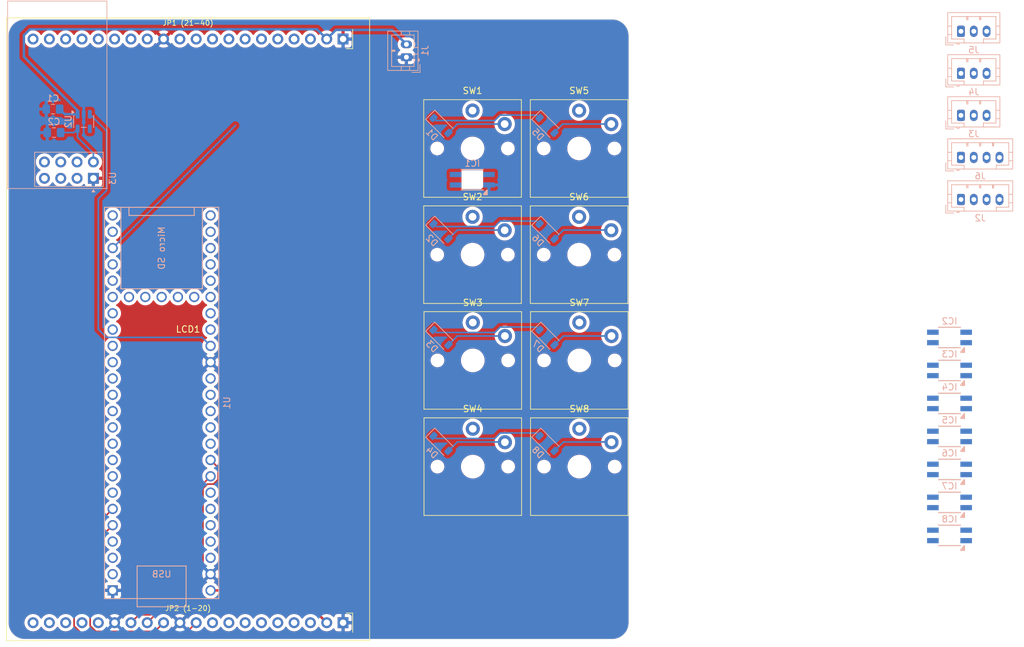
<source format=kicad_pcb>
(kicad_pcb (version 20241229) (generator "pcbnew") (generator_version "9.0")
  (layers (0 "F.Cu" signal) (2 "B.Cu" signal) (13 "F.Paste" user) (15 "B.Paste" user) (5 "F.SilkS" user "F.Silkscreen") (7 "B.SilkS" user "B.Silkscreen") (1 "F.Mask" user) (3 "B.Mask" user) (25 "Edge.Cuts" user))
  (net 0 "")
  (net 1 "+BATT")
  (net 2 "GND")
  (net 3 "Net-(U2-OUT)")
  (net 4 "Net-(D1-A)")
  (net 5 "/ROW_1")
  (net 6 "Net-(D2-A)")
  (net 7 "/ROW_2")
  (net 8 "Net-(D3-A)")
  (net 9 "/ROW_3")
  (net 10 "Net-(D4-A)")
  (net 11 "/ROW_4")
  (net 12 "Net-(D5-A)")
  (net 13 "Net-(D6-A)")
  (net 14 "Net-(D7-A)")
  (net 15 "Net-(D8-A)")
  (net 16 "+3.3V")
  (net 17 "/NEOPIXEL")
  (net 18 "Net-(IC1-DOUT)")
  (net 19 "Net-(IC2-DOUT)")
  (net 20 "Net-(IC3-DOUT)")
  (net 21 "Net-(IC4-DOUT)")
  (net 22 "Net-(IC5-DOUT)")
  (net 23 "/2x8 Button Matrix/NEO_OUT")
  (net 24 "Net-(IC6-DOUT)")
  (net 25 "Net-(IC7-DOUT)")
  (net 26 "SDA1")
  (net 27 "SCL1")
  (net 28 "/VR1")
  (net 29 "/VR2")
  (net 30 "/VR3")
  (net 31 "/JOY_X")
  (net 32 "/JOY_Y")
  (net 42 "SCL")
  (net 43 "/TFT_IRQ")
  (net 49 "/TFT_D{slash}C")
  (net 50 "SDA")
  (net 53 "SCK1")
  (net 54 "/BACKLIGHT")
  (net 55 "/TFT_CS")
  (net 58 "MISO1")
  (net 62 "MOSI1")
  (net 66 "/COL_A")
  (net 67 "/COL_B")
  (net 68 "/RF_CS")
  (net 70 "MISO")
  (net 72 "/RF_EN")
  (net 81 "MOSI")
  (net 83 "SCK")
  (net 92 "/RF_CE")
  (footprint "PCM_Switch_Keyboard_Kailh:SW_Kailh_Choc_V1" (layer "F.Cu") (at 112.868 92.524)
    (property "Reference" "SW2" (at 0 -9 0) (layer "F.SilkS"))
    (property "Value" "SW_Push")
    (pad "" np_thru_hole circle (at -5.5 0) (size 1.9 1.9) (drill 1.9) (layers "*.Cu" "*.Mask"))
    (pad "" np_thru_hole circle (at 0 0) (size 3.45 3.45) (drill 3.45) (layers "*.Cu" "*.Mask"))
    (pad "" np_thru_hole circle (at 5.5 0) (size 1.9 1.9) (drill 1.9) (layers "*.Cu" "*.Mask"))
    (pad "1" thru_hole circle (at 0 -5.9) (size 2.2 2.2) (drill 1.2) (layers "*.Cu" "*.Mask") (net 66 "/COL_A"))
    (pad "2" thru_hole circle (at 5 -3.8) (size 2.2 2.2) (drill 1.2) (layers "*.Cu" "*.Mask") (net 6 "Net-(D2-A)"))
  )
  (footprint "Transmitter Library:4960_ADA" (layer "F.Cu") (at 187.1218 105.4194)
    (property "Reference" "IC2" (at 0 -2.54 0) (layer "B.SilkS") (effects (justify mirror)))
    (property "Value" "4960")
    (fp_line (start -1.6764 -1.4732) (end -1.6764 1.4732) (stroke (width 0.0254)) (layer "Edge.Cuts"))
    (fp_line (start -1.6764 -1.4732) (end 1.6764 -1.4732) (stroke (width 0.0254)) (layer "Edge.Cuts"))
    (fp_line (start -1.6764 1.4732) (end 1.1684 1.4732) (stroke (width 0.0254)) (layer "Edge.Cuts"))
    (fp_line (start 1.6764 0.9652) (end 1.6764 -1.4732) (stroke (width 0.0254)) (layer "Edge.Cuts"))
    (fp_arc (start 1.6764 0.9652) (mid 1.52761 1.32441) (end 1.1684 1.4732) (stroke (width 0.0254)) (layer "Edge.Cuts"))
    (pad "1" smd rect (at -2.5908 -0.8128) (size 1.8034 0.8128) (layers "B.Cu" "B.Mask" "B.Paste") (net 16 "+3.3V"))
    (pad "2" smd rect (at -2.5908 0.8128) (size 1.8034 0.8128) (layers "B.Cu" "B.Mask" "B.Paste") (net 19 "Net-(IC2-DOUT)"))
    (pad "3" smd rect (at 2.5908 0.8128) (size 1.8034 0.8128) (layers "B.Cu" "B.Mask" "B.Paste") (net 2 "GND"))
    (pad "4" smd rect (at 2.5908 -0.8128) (size 1.8034 0.8128) (layers "B.Cu" "B.Mask" "B.Paste") (net 18 "Net-(IC1-DOUT)"))
  )
  (footprint "PCM_Switch_Keyboard_Kailh:SW_Kailh_Choc_V1" (layer "F.Cu") (at 112.908 108.994)
    (property "Reference" "SW3" (at 0 -9 0) (layer "F.SilkS"))
    (property "Value" "SW_Push")
    (pad "" np_thru_hole circle (at -5.5 0) (size 1.9 1.9) (drill 1.9) (layers "*.Cu" "*.Mask"))
    (pad "" np_thru_hole circle (at 0 0) (size 3.45 3.45) (drill 3.45) (layers "*.Cu" "*.Mask"))
    (pad "" np_thru_hole circle (at 5.5 0) (size 1.9 1.9) (drill 1.9) (layers "*.Cu" "*.Mask"))
    (pad "1" thru_hole circle (at 0 -5.9) (size 2.2 2.2) (drill 1.2) (layers "*.Cu" "*.Mask") (net 66 "/COL_A"))
    (pad "2" thru_hole circle (at 5 -3.8) (size 2.2 2.2) (drill 1.2) (layers "*.Cu" "*.Mask") (net 8 "Net-(D3-A)"))
  )
  (footprint "PCM_Switch_Keyboard_Kailh:SW_Kailh_Choc_V1" (layer "F.Cu") (at 129.458 75.974)
    (property "Reference" "SW5" (at 0 -9 0) (layer "F.SilkS"))
    (property "Value" "SW_Push")
    (pad "" np_thru_hole circle (at -5.5 0) (size 1.9 1.9) (drill 1.9) (layers "*.Cu" "*.Mask"))
    (pad "" np_thru_hole circle (at 0 0) (size 3.45 3.45) (drill 3.45) (layers "*.Cu" "*.Mask"))
    (pad "" np_thru_hole circle (at 5.5 0) (size 1.9 1.9) (drill 1.9) (layers "*.Cu" "*.Mask"))
    (pad "1" thru_hole circle (at 0 -5.9) (size 2.2 2.2) (drill 1.2) (layers "*.Cu" "*.Mask") (net 67 "/COL_B"))
    (pad "2" thru_hole circle (at 5 -3.8) (size 2.2 2.2) (drill 1.2) (layers "*.Cu" "*.Mask") (net 12 "Net-(D5-A)"))
  )
  (footprint "Transmitter Library:4960_ADA" (layer "F.Cu") (at 187.1218 131.1204)
    (property "Reference" "IC7" (at 0 -2.54 0) (layer "B.SilkS") (effects (justify mirror)))
    (property "Value" "4960")
    (fp_line (start -1.6764 -1.4732) (end -1.6764 1.4732) (stroke (width 0.0254)) (layer "Edge.Cuts"))
    (fp_line (start -1.6764 -1.4732) (end 1.6764 -1.4732) (stroke (width 0.0254)) (layer "Edge.Cuts"))
    (fp_line (start -1.6764 1.4732) (end 1.1684 1.4732) (stroke (width 0.0254)) (layer "Edge.Cuts"))
    (fp_line (start 1.6764 0.9652) (end 1.6764 -1.4732) (stroke (width 0.0254)) (layer "Edge.Cuts"))
    (fp_arc (start 1.6764 0.9652) (mid 1.52761 1.32441) (end 1.1684 1.4732) (stroke (width 0.0254)) (layer "Edge.Cuts"))
    (pad "1" smd rect (at -2.5908 -0.8128) (size 1.8034 0.8128) (layers "B.Cu" "B.Mask" "B.Paste") (net 16 "+3.3V"))
    (pad "2" smd rect (at -2.5908 0.8128) (size 1.8034 0.8128) (layers "B.Cu" "B.Mask" "B.Paste") (net 25 "Net-(IC7-DOUT)"))
    (pad "3" smd rect (at 2.5908 0.8128) (size 1.8034 0.8128) (layers "B.Cu" "B.Mask" "B.Paste") (net 2 "GND"))
    (pad "4" smd rect (at 2.5908 -0.8128) (size 1.8034 0.8128) (layers "B.Cu" "B.Mask" "B.Paste") (net 24 "Net-(IC6-DOUT)"))
  )
  (footprint "Transmitter Library:Adafruit_3.5in_480x320_TFT_CapTouch" (layer "F.Cu") (at 68.58 104.14)
    (property "Reference" "LCD1" (at 0 0 0) (layer "F.SilkS"))
    (property "Value" "3.5\" TFT Cap Touch")
    (fp_text user "JP2 (1-20)" (at 0 43.47 0) (layer "F.SilkS") (effects (font (size 0.8 0.8) (thickness 0.12))))
    (fp_text user "JP1 (21-40)" (at 0 -47.712 0) (layer "F.SilkS") (effects (font (size 0.8 0.8) (thickness 0.12))))
    (pad "1" thru_hole rect (at 24.13 45.72) (size 1.7 1.7) (drill 1) (layers "*.Cu" "*.Mask") (net 2 "GND"))
    (pad "2" thru_hole circle (at 21.59 45.72) (size 1.7 1.7) (drill 1) (layers "*.Cu" "*.Mask") (net 1 "+BATT"))
    (pad "3" thru_hole circle (at 19.05 45.72) (size 1.7 1.7) (drill 1) (layers "*.Cu" "*.Mask"))
    (pad "4" thru_hole circle (at 16.51 45.72) (size 1.7 1.7) (drill 1) (layers "*.Cu" "*.Mask") (net 53 "SCK1"))
    (pad "5" thru_hole circle (at 13.97 45.72) (size 1.7 1.7) (drill 1) (layers "*.Cu" "*.Mask") (net 58 "MISO1"))
    (pad "6" thru_hole circle (at 11.43 45.72) (size 1.7 1.7) (drill 1) (layers "*.Cu" "*.Mask") (net 62 "MOSI1"))
    (pad "7" thru_hole circle (at 8.89 45.72) (size 1.7 1.7) (drill 1) (layers "*.Cu" "*.Mask") (net 55 "/TFT_CS"))
    (pad "8" thru_hole circle (at 6.35 45.72) (size 1.7 1.7) (drill 1) (layers "*.Cu" "*.Mask") (net 49 "/TFT_D{slash}C"))
    (pad "9" thru_hole circle (at 3.81 45.72) (size 1.7 1.7) (drill 1) (layers "*.Cu" "*.Mask"))
    (pad "10" thru_hole circle (at 1.27 45.72) (size 1.7 1.7) (drill 1) (layers "*.Cu" "*.Mask") (net 54 "/BACKLIGHT"))
    (pad "11" thru_hole circle (at -1.27 45.72) (size 1.7 1.7) (drill 1) (layers "*.Cu" "*.Mask") (net 2 "GND"))
    (pad "12" thru_hole circle (at -3.81 45.72) (size 1.7 1.7) (drill 1) (layers "*.Cu" "*.Mask") (net 43 "/TFT_IRQ"))
    (pad "13" thru_hole circle (at -6.35 45.72) (size 1.7 1.7) (drill 1) (layers "*.Cu" "*.Mask") (net 50 "SDA"))
    (pad "14" thru_hole circle (at -8.89 45.72) (size 1.7 1.7) (drill 1) (layers "*.Cu" "*.Mask") (net 42 "SCL"))
    (pad "15" thru_hole circle (at -11.43 45.72) (size 1.7 1.7) (drill 1) (layers "*.Cu" "*.Mask") (net 2 "GND"))
    (pad "16" thru_hole circle (at -13.97 45.72) (size 1.7 1.7) (drill 1) (layers "*.Cu" "*.Mask"))
    (pad "17" thru_hole circle (at -16.51 45.72) (size 1.7 1.7) (drill 1) (layers "*.Cu" "*.Mask"))
    (pad "18" thru_hole circle (at -19.05 45.72) (size 1.7 1.7) (drill 1) (layers "*.Cu" "*.Mask"))
    (pad "19" thru_hole circle (at -21.59 45.72) (size 1.7 1.7) (drill 1) (layers "*.Cu" "*.Mask"))
    (pad "20" thru_hole circle (at -24.13 45.72) (size 1.7 1.7) (drill 1) (layers "*.Cu" "*.Mask"))
    (pad "21" thru_hole rect (at 24.13 -45.212) (size 1.7 1.7) (drill 1) (layers "*.Cu" "*.Mask") (net 2 "GND"))
    (pad "22" thru_hole circle (at 21.59 -45.212) (size 1.7 1.7) (drill 1) (layers "*.Cu" "*.Mask") (net 1 "+BATT"))
    (pad "23" thru_hole circle (at 19.05 -45.212) (size 1.7 1.7) (drill 1) (layers "*.Cu" "*.Mask"))
    (pad "24" thru_hole circle (at 16.51 -45.212) (size 1.7 1.7) (drill 1) (layers "*.Cu" "*.Mask"))
    (pad "25" thru_hole circle (at 13.97 -45.212) (size 1.7 1.7) (drill 1) (layers "*.Cu" "*.Mask"))
    (pad "26" thru_hole circle (at 11.43 -45.212) (size 1.7 1.7) (drill 1) (layers "*.Cu" "*.Mask"))
    (pad "27" thru_hole circle (at 8.89 -45.212) (size 1.7 1.7) (drill 1) (layers "*.Cu" "*.Mask"))
    (pad "28" thru_hole circle (at 6.35 -45.212) (size 1.7 1.7) (drill 1) (layers "*.Cu" "*.Mask"))
    (pad "29" thru_hole circle (at 3.81 -45.212) (size 1.7 1.7) (drill 1) (layers "*.Cu" "*.Mask"))
    (pad "30" thru_hole circle (at 1.27 -45.212) (size 1.7 1.7) (drill 1) (layers "*.Cu" "*.Mask"))
    (pad "31" thru_hole circle (at -1.27 -45.212) (size 1.7 1.7) (drill 1) (layers "*.Cu" "*.Mask"))
    (pad "32" thru_hole circle (at -3.81 -45.212) (size 1.7 1.7) (drill 1) (layers "*.Cu" "*.Mask") (net 2 "GND"))
    (pad "33" thru_hole circle (at -6.35 -45.212) (size 1.7 1.7) (drill 1) (layers "*.Cu" "*.Mask"))
    (pad "34" thru_hole circle (at -8.89 -45.212) (size 1.7 1.7) (drill 1) (layers "*.Cu" "*.Mask"))
    (pad "35" thru_hole circle (at -11.43 -45.212) (size 1.7 1.7) (drill 1) (layers "*.Cu" "*.Mask"))
    (pad "36" thru_hole circle (at -13.97 -45.212) (size 1.7 1.7) (drill 1) (layers "*.Cu" "*.Mask"))
    (pad "37" thru_hole circle (at -16.51 -45.212) (size 1.7 1.7) (drill 1) (layers "*.Cu" "*.Mask"))
    (pad "38" thru_hole circle (at -19.05 -45.212) (size 1.7 1.7) (drill 1) (layers "*.Cu" "*.Mask"))
    (pad "39" thru_hole circle (at -21.59 -45.212) (size 1.7 1.7) (drill 1) (layers "*.Cu" "*.Mask"))
    (pad "40" thru_hole circle (at -24.13 -45.212) (size 1.7 1.7) (drill 1) (layers "*.Cu" "*.Mask"))
  )
  (footprint "PCM_Switch_Keyboard_Kailh:SW_Kailh_Choc_V1" (layer "F.Cu") (at 129.498 125.544)
    (property "Reference" "SW8" (at 0 -9 0) (layer "F.SilkS"))
    (property "Value" "SW_Push")
    (pad "" np_thru_hole circle (at -5.5 0) (size 1.9 1.9) (drill 1.9) (layers "*.Cu" "*.Mask"))
    (pad "" np_thru_hole circle (at 0 0) (size 3.45 3.45) (drill 3.45) (layers "*.Cu" "*.Mask"))
    (pad "" np_thru_hole circle (at 5.5 0) (size 1.9 1.9) (drill 1.9) (layers "*.Cu" "*.Mask"))
    (pad "1" thru_hole circle (at 0 -5.9) (size 2.2 2.2) (drill 1.2) (layers "*.Cu" "*.Mask") (net 67 "/COL_B"))
    (pad "2" thru_hole circle (at 5 -3.8) (size 2.2 2.2) (drill 1.2) (layers "*.Cu" "*.Mask") (net 15 "Net-(D8-A)"))
  )
  (footprint "Transmitter Library:4960_ADA" (layer "F.Cu") (at 187.1218 110.5596)
    (property "Reference" "IC3" (at 0 -2.54 0) (layer "B.SilkS") (effects (justify mirror)))
    (property "Value" "4960")
    (fp_line (start -1.6764 -1.4732) (end -1.6764 1.4732) (stroke (width 0.0254)) (layer "Edge.Cuts"))
    (fp_line (start -1.6764 -1.4732) (end 1.6764 -1.4732) (stroke (width 0.0254)) (layer "Edge.Cuts"))
    (fp_line (start -1.6764 1.4732) (end 1.1684 1.4732) (stroke (width 0.0254)) (layer "Edge.Cuts"))
    (fp_line (start 1.6764 0.9652) (end 1.6764 -1.4732) (stroke (width 0.0254)) (layer "Edge.Cuts"))
    (fp_arc (start 1.6764 0.9652) (mid 1.52761 1.32441) (end 1.1684 1.4732) (stroke (width 0.0254)) (layer "Edge.Cuts"))
    (pad "1" smd rect (at -2.5908 -0.8128) (size 1.8034 0.8128) (layers "B.Cu" "B.Mask" "B.Paste") (net 16 "+3.3V"))
    (pad "2" smd rect (at -2.5908 0.8128) (size 1.8034 0.8128) (layers "B.Cu" "B.Mask" "B.Paste") (net 20 "Net-(IC3-DOUT)"))
    (pad "3" smd rect (at 2.5908 0.8128) (size 1.8034 0.8128) (layers "B.Cu" "B.Mask" "B.Paste") (net 2 "GND"))
    (pad "4" smd rect (at 2.5908 -0.8128) (size 1.8034 0.8128) (layers "B.Cu" "B.Mask" "B.Paste") (net 19 "Net-(IC2-DOUT)"))
  )
  (footprint "PCM_Switch_Keyboard_Kailh:SW_Kailh_Choc_V1" (layer "F.Cu") (at 112.868 75.974)
    (property "Reference" "SW1" (at 0 -9 0) (layer "F.SilkS"))
    (property "Value" "SW_Push")
    (pad "" np_thru_hole circle (at -5.5 0) (size 1.9 1.9) (drill 1.9) (layers "*.Cu" "*.Mask"))
    (pad "" np_thru_hole circle (at 0 0) (size 3.45 3.45) (drill 3.45) (layers "*.Cu" "*.Mask"))
    (pad "" np_thru_hole circle (at 5.5 0) (size 1.9 1.9) (drill 1.9) (layers "*.Cu" "*.Mask"))
    (pad "1" thru_hole circle (at 0 -5.9) (size 2.2 2.2) (drill 1.2) (layers "*.Cu" "*.Mask") (net 66 "/COL_A"))
    (pad "2" thru_hole circle (at 5 -3.8) (size 2.2 2.2) (drill 1.2) (layers "*.Cu" "*.Mask") (net 4 "Net-(D1-A)"))
  )
  (footprint "PCM_Switch_Keyboard_Kailh:SW_Kailh_Choc_V1" (layer "F.Cu") (at 129.498 108.994)
    (property "Reference" "SW7" (at 0 -9 0) (layer "F.SilkS"))
    (property "Value" "SW_Push")
    (pad "" np_thru_hole circle (at -5.5 0) (size 1.9 1.9) (drill 1.9) (layers "*.Cu" "*.Mask"))
    (pad "" np_thru_hole circle (at 0 0) (size 3.45 3.45) (drill 3.45) (layers "*.Cu" "*.Mask"))
    (pad "" np_thru_hole circle (at 5.5 0) (size 1.9 1.9) (drill 1.9) (layers "*.Cu" "*.Mask"))
    (pad "1" thru_hole circle (at 0 -5.9) (size 2.2 2.2) (drill 1.2) (layers "*.Cu" "*.Mask") (net 67 "/COL_B"))
    (pad "2" thru_hole circle (at 5 -3.8) (size 2.2 2.2) (drill 1.2) (layers "*.Cu" "*.Mask") (net 14 "Net-(D7-A)"))
  )
  (footprint "Transmitter Library:4960_ADA" (layer "F.Cu") (at 187.1218 115.6998)
    (property "Reference" "IC4" (at 0 -2.54 0) (layer "B.SilkS") (effects (justify mirror)))
    (property "Value" "4960")
    (fp_line (start -1.6764 -1.4732) (end -1.6764 1.4732) (stroke (width 0.0254)) (layer "Edge.Cuts"))
    (fp_line (start -1.6764 -1.4732) (end 1.6764 -1.4732) (stroke (width 0.0254)) (layer "Edge.Cuts"))
    (fp_line (start -1.6764 1.4732) (end 1.1684 1.4732) (stroke (width 0.0254)) (layer "Edge.Cuts"))
    (fp_line (start 1.6764 0.9652) (end 1.6764 -1.4732) (stroke (width 0.0254)) (layer "Edge.Cuts"))
    (fp_arc (start 1.6764 0.9652) (mid 1.52761 1.32441) (end 1.1684 1.4732) (stroke (width 0.0254)) (layer "Edge.Cuts"))
    (pad "1" smd rect (at -2.5908 -0.8128) (size 1.8034 0.8128) (layers "B.Cu" "B.Mask" "B.Paste") (net 16 "+3.3V"))
    (pad "2" smd rect (at -2.5908 0.8128) (size 1.8034 0.8128) (layers "B.Cu" "B.Mask" "B.Paste") (net 21 "Net-(IC4-DOUT)"))
    (pad "3" smd rect (at 2.5908 0.8128) (size 1.8034 0.8128) (layers "B.Cu" "B.Mask" "B.Paste") (net 2 "GND"))
    (pad "4" smd rect (at 2.5908 -0.8128) (size 1.8034 0.8128) (layers "B.Cu" "B.Mask" "B.Paste") (net 20 "Net-(IC3-DOUT)"))
  )
  (footprint "PCM_Switch_Keyboard_Kailh:SW_Kailh_Choc_V1" (layer "F.Cu") (at 129.458 92.524)
    (property "Reference" "SW6" (at 0 -9 0) (layer "F.SilkS"))
    (property "Value" "SW_Push")
    (pad "" np_thru_hole circle (at -5.5 0) (size 1.9 1.9) (drill 1.9) (layers "*.Cu" "*.Mask"))
    (pad "" np_thru_hole circle (at 0 0) (size 3.45 3.45) (drill 3.45) (layers "*.Cu" "*.Mask"))
    (pad "" np_thru_hole circle (at 5.5 0) (size 1.9 1.9) (drill 1.9) (layers "*.Cu" "*.Mask"))
    (pad "1" thru_hole circle (at 0 -5.9) (size 2.2 2.2) (drill 1.2) (layers "*.Cu" "*.Mask") (net 67 "/COL_B"))
    (pad "2" thru_hole circle (at 5 -3.8) (size 2.2 2.2) (drill 1.2) (layers "*.Cu" "*.Mask") (net 13 "Net-(D6-A)"))
  )
  (footprint "Transmitter Library:4960_ADA" (layer "F.Cu") (at 187.1218 125.9802)
    (property "Reference" "IC6" (at 0 -2.54 0) (layer "B.SilkS") (effects (justify mirror)))
    (property "Value" "4960")
    (fp_line (start -1.6764 -1.4732) (end -1.6764 1.4732) (stroke (width 0.0254)) (layer "Edge.Cuts"))
    (fp_line (start -1.6764 -1.4732) (end 1.6764 -1.4732) (stroke (width 0.0254)) (layer "Edge.Cuts"))
    (fp_line (start -1.6764 1.4732) (end 1.1684 1.4732) (stroke (width 0.0254)) (layer "Edge.Cuts"))
    (fp_line (start 1.6764 0.9652) (end 1.6764 -1.4732) (stroke (width 0.0254)) (layer "Edge.Cuts"))
    (fp_arc (start 1.6764 0.9652) (mid 1.52761 1.32441) (end 1.1684 1.4732) (stroke (width 0.0254)) (layer "Edge.Cuts"))
    (pad "1" smd rect (at -2.5908 -0.8128) (size 1.8034 0.8128) (layers "B.Cu" "B.Mask" "B.Paste") (net 16 "+3.3V"))
    (pad "2" smd rect (at -2.5908 0.8128) (size 1.8034 0.8128) (layers "B.Cu" "B.Mask" "B.Paste") (net 24 "Net-(IC6-DOUT)"))
    (pad "3" smd rect (at 2.5908 0.8128) (size 1.8034 0.8128) (layers "B.Cu" "B.Mask" "B.Paste") (net 2 "GND"))
    (pad "4" smd rect (at 2.5908 -0.8128) (size 1.8034 0.8128) (layers "B.Cu" "B.Mask" "B.Paste") (net 22 "Net-(IC5-DOUT)"))
  )
  (footprint "Transmitter Library:4960_ADA" (layer "F.Cu") (at 112.8268 80.8482)
    (property "Reference" "IC1" (at 0 -2.54 0) (layer "B.SilkS") (effects (justify mirror)))
    (property "Value" "4960")
    (fp_line (start -1.6764 -1.4732) (end -1.6764 1.4732) (stroke (width 0.0254)) (layer "Edge.Cuts"))
    (fp_line (start -1.6764 -1.4732) (end 1.6764 -1.4732) (stroke (width 0.0254)) (layer "Edge.Cuts"))
    (fp_line (start -1.6764 1.4732) (end 1.1684 1.4732) (stroke (width 0.0254)) (layer "Edge.Cuts"))
    (fp_line (start 1.6764 0.9652) (end 1.6764 -1.4732) (stroke (width 0.0254)) (layer "Edge.Cuts"))
    (fp_arc (start 1.6764 0.9652) (mid 1.52761 1.32441) (end 1.1684 1.4732) (stroke (width 0.0254)) (layer "Edge.Cuts"))
    (pad "1" smd rect (at -2.5908 -0.8128) (size 1.8034 0.8128) (layers "B.Cu" "B.Mask" "B.Paste") (net 16 "+3.3V"))
    (pad "2" smd rect (at -2.5908 0.8128) (size 1.8034 0.8128) (layers "B.Cu" "B.Mask" "B.Paste") (net 18 "Net-(IC1-DOUT)"))
    (pad "3" smd rect (at 2.5908 0.8128) (size 1.8034 0.8128) (layers "B.Cu" "B.Mask" "B.Paste") (net 2 "GND"))
    (pad "4" smd rect (at 2.5908 -0.8128) (size 1.8034 0.8128) (layers "B.Cu" "B.Mask" "B.Paste") (net 17 "/NEOPIXEL"))
  )
  (footprint "Transmitter Library:4960_ADA" (layer "F.Cu") (at 187.1218 136.2606)
    (property "Reference" "IC8" (at 0 -2.54 0) (layer "B.SilkS") (effects (justify mirror)))
    (property "Value" "4960")
    (fp_line (start -1.6764 -1.4732) (end -1.6764 1.4732) (stroke (width 0.0254)) (layer "Edge.Cuts"))
    (fp_line (start -1.6764 -1.4732) (end 1.6764 -1.4732) (stroke (width 0.0254)) (layer "Edge.Cuts"))
    (fp_line (start -1.6764 1.4732) (end 1.1684 1.4732) (stroke (width 0.0254)) (layer "Edge.Cuts"))
    (fp_line (start 1.6764 0.9652) (end 1.6764 -1.4732) (stroke (width 0.0254)) (layer "Edge.Cuts"))
    (fp_arc (start 1.6764 0.9652) (mid 1.52761 1.32441) (end 1.1684 1.4732) (stroke (width 0.0254)) (layer "Edge.Cuts"))
    (pad "1" smd rect (at -2.5908 -0.8128) (size 1.8034 0.8128) (layers "B.Cu" "B.Mask" "B.Paste") (net 16 "+3.3V"))
    (pad "2" smd rect (at -2.5908 0.8128) (size 1.8034 0.8128) (layers "B.Cu" "B.Mask" "B.Paste") (net 23 "/2x8 Button Matrix/NEO_OUT"))
    (pad "3" smd rect (at 2.5908 0.8128) (size 1.8034 0.8128) (layers "B.Cu" "B.Mask" "B.Paste") (net 2 "GND"))
    (pad "4" smd rect (at 2.5908 -0.8128) (size 1.8034 0.8128) (layers "B.Cu" "B.Mask" "B.Paste") (net 25 "Net-(IC7-DOUT)"))
  )
  (footprint "Transmitter Library:4960_ADA" (layer "F.Cu") (at 187.1218 120.84)
    (property "Reference" "IC5" (at 0 -2.54 0) (layer "B.SilkS") (effects (justify mirror)))
    (property "Value" "4960")
    (fp_line (start -1.6764 -1.4732) (end -1.6764 1.4732) (stroke (width 0.0254)) (layer "Edge.Cuts"))
    (fp_line (start -1.6764 -1.4732) (end 1.6764 -1.4732) (stroke (width 0.0254)) (layer "Edge.Cuts"))
    (fp_line (start -1.6764 1.4732) (end 1.1684 1.4732) (stroke (width 0.0254)) (layer "Edge.Cuts"))
    (fp_line (start 1.6764 0.9652) (end 1.6764 -1.4732) (stroke (width 0.0254)) (layer "Edge.Cuts"))
    (fp_arc (start 1.6764 0.9652) (mid 1.52761 1.32441) (end 1.1684 1.4732) (stroke (width 0.0254)) (layer "Edge.Cuts"))
    (pad "1" smd rect (at -2.5908 -0.8128) (size 1.8034 0.8128) (layers "B.Cu" "B.Mask" "B.Paste") (net 16 "+3.3V"))
    (pad "2" smd rect (at -2.5908 0.8128) (size 1.8034 0.8128) (layers "B.Cu" "B.Mask" "B.Paste") (net 22 "Net-(IC5-DOUT)"))
    (pad "3" smd rect (at 2.5908 0.8128) (size 1.8034 0.8128) (layers "B.Cu" "B.Mask" "B.Paste") (net 2 "GND"))
    (pad "4" smd rect (at 2.5908 -0.8128) (size 1.8034 0.8128) (layers "B.Cu" "B.Mask" "B.Paste") (net 21 "Net-(IC4-DOUT)"))
  )
  (footprint "PCM_Switch_Keyboard_Kailh:SW_Kailh_Choc_V1" (layer "F.Cu") (at 112.908 125.544)
    (property "Reference" "SW4" (at 0 -9 0) (layer "F.SilkS"))
    (property "Value" "SW_Push")
    (pad "" np_thru_hole circle (at -5.5 0) (size 1.9 1.9) (drill 1.9) (layers "*.Cu" "*.Mask"))
    (pad "" np_thru_hole circle (at 0 0) (size 3.45 3.45) (drill 3.45) (layers "*.Cu" "*.Mask"))
    (pad "" np_thru_hole circle (at 5.5 0) (size 1.9 1.9) (drill 1.9) (layers "*.Cu" "*.Mask"))
    (pad "1" thru_hole circle (at 0 -5.9) (size 2.2 2.2) (drill 1.2) (layers "*.Cu" "*.Mask") (net 66 "/COL_A"))
    (pad "2" thru_hole circle (at 5 -3.8) (size 2.2 2.2) (drill 1.2) (layers "*.Cu" "*.Mask") (net 10 "Net-(D4-A)"))
  )
  (footprint "Connector_JST:JST_PH_B3B-PH-K_1x03_P2.00mm_Vertical" (layer "B.Cu") (at 188.898 70.824)
    (property "Reference" "J3" (at 2 2.9 180) (layer "B.SilkS") (effects (justify mirror)))
    (property "Value" "Throttle")
    (pad "1" thru_hole roundrect (at 0 0) (size 1.2 1.75) (drill 0.75) (layers "*.Cu" "*.Mask") (roundrect_rratio 0.208333) (net 2 "GND"))
    (pad "2" thru_hole oval (at 2 0) (size 1.2 1.75) (drill 0.75) (layers "*.Cu" "*.Mask") (net 28 "/VR1"))
    (pad "3" thru_hole oval (at 4 0) (size 1.2 1.75) (drill 0.75) (layers "*.Cu" "*.Mask") (net 16 "+3.3V"))
  )
  (footprint "Diode_SMD:D_SOD-123" (layer "B.Cu") (at 107.95 121.92 -45)
    (property "Reference" "D4" (at 0 2.000001 135) (layer "B.SilkS") (effects (justify mirror)))
    (property "Value" "1N4148")
    (pad "1" smd roundrect (at -1.65 0 315) (size 0.9 1.2) (layers "B.Cu" "B.Mask" "B.Paste") (net 11 "/ROW_4"))
    (pad "2" smd roundrect (at 1.65 0 315) (size 0.9 1.2) (layers "B.Cu" "B.Mask" "B.Paste") (net 10 "Net-(D4-A)"))
  )
  (footprint "Connector_JST:JST_PH_B3B-PH-K_1x03_P2.00mm_Vertical" (layer "B.Cu") (at 188.898 64.274)
    (property "Reference" "J4" (at 2 2.9 180) (layer "B.SilkS") (effects (justify mirror)))
    (property "Value" "Steering")
    (pad "1" thru_hole roundrect (at 0 0) (size 1.2 1.75) (drill 0.75) (layers "*.Cu" "*.Mask") (roundrect_rratio 0.208333) (net 2 "GND"))
    (pad "2" thru_hole oval (at 2 0) (size 1.2 1.75) (drill 0.75) (layers "*.Cu" "*.Mask") (net 29 "/VR2"))
    (pad "3" thru_hole oval (at 4 0) (size 1.2 1.75) (drill 0.75) (layers "*.Cu" "*.Mask") (net 16 "+3.3V"))
  )
  (footprint "Diode_SMD:D_SOD-123" (layer "B.Cu") (at 107.95 105.41 -45)
    (property "Reference" "D3" (at 0 2.000001 135) (layer "B.SilkS") (effects (justify mirror)))
    (property "Value" "1N4148")
    (pad "1" smd roundrect (at -1.65 0 315) (size 0.9 1.2) (layers "B.Cu" "B.Mask" "B.Paste") (net 9 "/ROW_3"))
    (pad "2" smd roundrect (at 1.65 0 315) (size 0.9 1.2) (layers "B.Cu" "B.Mask" "B.Paste") (net 8 "Net-(D3-A)"))
  )
  (footprint "Diode_SMD:D_SOD-123" (layer "B.Cu") (at 124.46 121.92 -45)
    (property "Reference" "D8" (at 0 2.000001 135) (layer "B.SilkS") (effects (justify mirror)))
    (property "Value" "1N4148")
    (pad "1" smd roundrect (at -1.65 0 315) (size 0.9 1.2) (layers "B.Cu" "B.Mask" "B.Paste") (net 11 "/ROW_4"))
    (pad "2" smd roundrect (at 1.65 0 315) (size 0.9 1.2) (layers "B.Cu" "B.Mask" "B.Paste") (net 15 "Net-(D8-A)"))
  )
  (footprint "Diode_SMD:D_SOD-123" (layer "B.Cu") (at 107.95 88.9 -45)
    (property "Reference" "D2" (at 0 2.000001 135) (layer "B.SilkS") (effects (justify mirror)))
    (property "Value" "1N4148")
    (pad "1" smd roundrect (at -1.65 0 315) (size 0.9 1.2) (layers "B.Cu" "B.Mask" "B.Paste") (net 7 "/ROW_2"))
    (pad "2" smd roundrect (at 1.65 0 315) (size 0.9 1.2) (layers "B.Cu" "B.Mask" "B.Paste") (net 6 "Net-(D2-A)"))
  )
  (footprint "Diode_SMD:D_SOD-123" (layer "B.Cu") (at 124.46 88.9 -45)
    (property "Reference" "D6" (at 0 2.000001 135) (layer "B.SilkS") (effects (justify mirror)))
    (property "Value" "1N4148")
    (pad "1" smd roundrect (at -1.65 0 315) (size 0.9 1.2) (layers "B.Cu" "B.Mask" "B.Paste") (net 7 "/ROW_2"))
    (pad "2" smd roundrect (at 1.65 0 315) (size 0.9 1.2) (layers "B.Cu" "B.Mask" "B.Paste") (net 13 "Net-(D6-A)"))
  )
  (footprint "Capacitor_SMD:C_0805_2012Metric_Pad1.18x1.45mm_HandSolder" (layer "B.Cu") (at 47.702 73.497 180)
    (property "Reference" "C2" (at 0 1.68 0) (layer "B.SilkS") (effects (justify mirror)))
    (property "Value" "1uF")
    (pad "1" smd roundrect (at -1.0375 0 180) (size 1.175 1.45) (layers "B.Cu" "B.Mask" "B.Paste") (roundrect_rratio 0.212766) (net 3 "Net-(U2-OUT)"))
    (pad "2" smd roundrect (at 1.0375 0 180) (size 1.175 1.45) (layers "B.Cu" "B.Mask" "B.Paste") (roundrect_rratio 0.212766) (net 2 "GND"))
  )
  (footprint "RF_Module:nRF24L01_Breakout" (layer "B.Cu") (at 53.844 80.621 90)
    (property "Reference" "U3" (at 0 3 90) (layer "B.SilkS") (effects (justify mirror)))
    (property "Value" "NRF24L01_Breakout")
    (pad "1" thru_hole rect (at 0 0 90) (size 1.7 1.7) (drill 1) (layers "*.Cu" "*.Mask") (net 2 "GND"))
    (pad "2" thru_hole circle (at 2.54 0 90) (size 1.7 1.7) (drill 1) (layers "*.Cu" "*.Mask") (net 3 "Net-(U2-OUT)"))
    (pad "3" thru_hole circle (at 0 -2.54 90) (size 1.7 1.7) (drill 1) (layers "*.Cu" "*.Mask") (net 92 "/RF_CE"))
    (pad "4" thru_hole circle (at 2.54 -2.54 90) (size 1.7 1.7) (drill 1) (layers "*.Cu" "*.Mask") (net 68 "/RF_CS"))
    (pad "5" thru_hole circle (at 0 -5.08 90) (size 1.7 1.7) (drill 1) (layers "*.Cu" "*.Mask") (net 83 "SCK"))
    (pad "6" thru_hole circle (at 2.54 -5.08 90) (size 1.7 1.7) (drill 1) (layers "*.Cu" "*.Mask") (net 81 "MOSI"))
    (pad "7" thru_hole circle (at 0 -7.62 90) (size 1.7 1.7) (drill 1) (layers "*.Cu" "*.Mask") (net 70 "MISO"))
    (pad "8" thru_hole circle (at 2.54 -7.62 90) (size 1.7 1.7) (drill 1) (layers "*.Cu" "*.Mask"))
  )
  (footprint "Connector_JST:JST_PH_B3B-PH-K_1x03_P2.00mm_Vertical" (layer "B.Cu") (at 188.898 57.724)
    (property "Reference" "J5" (at 2 2.9 180) (layer "B.SilkS") (effects (justify mirror)))
    (property "Value" "VR3")
    (pad "1" thru_hole roundrect (at 0 0) (size 1.2 1.75) (drill 0.75) (layers "*.Cu" "*.Mask") (roundrect_rratio 0.208333) (net 2 "GND"))
    (pad "2" thru_hole oval (at 2 0) (size 1.2 1.75) (drill 0.75) (layers "*.Cu" "*.Mask") (net 30 "/VR3"))
    (pad "3" thru_hole oval (at 4 0) (size 1.2 1.75) (drill 0.75) (layers "*.Cu" "*.Mask") (net 16 "+3.3V"))
  )
  (footprint "Diode_SMD:D_SOD-123" (layer "B.Cu") (at 124.46 105.41 -45)
    (property "Reference" "D7" (at 0 2.000001 135) (layer "B.SilkS") (effects (justify mirror)))
    (property "Value" "1N4148")
    (pad "1" smd roundrect (at -1.65 0 315) (size 0.9 1.2) (layers "B.Cu" "B.Mask" "B.Paste") (net 9 "/ROW_3"))
    (pad "2" smd roundrect (at 1.65 0 315) (size 0.9 1.2) (layers "B.Cu" "B.Mask" "B.Paste") (net 14 "Net-(D7-A)"))
  )
  (footprint "Package_TO_SOT_SMD:SOT-23-5" (layer "B.Cu") (at 52.332 71.778 -90)
    (property "Reference" "U2" (at 0 2.4 90) (layer "B.SilkS") (effects (justify mirror)))
    (property "Value" "TLV73312PDBV")
    (pad "1" smd roundrect (at -1.1375 0.95 270) (size 1.325 0.6) (layers "B.Cu" "B.Mask" "B.Paste") (net 1 "+BATT"))
    (pad "2" smd roundrect (at -1.1375 0 270) (size 1.325 0.6) (layers "B.Cu" "B.Mask" "B.Paste") (net 2 "GND"))
    (pad "3" smd roundrect (at -1.1375 -0.95 270) (size 1.325 0.6) (layers "B.Cu" "B.Mask" "B.Paste") (net 72 "/RF_EN"))
    (pad "4" smd roundrect (at 1.1375 -0.95 270) (size 1.325 0.6) (layers "B.Cu" "B.Mask" "B.Paste"))
    (pad "5" smd roundrect (at 1.1375 0.95 270) (size 1.325 0.6) (layers "B.Cu" "B.Mask" "B.Paste") (net 3 "Net-(U2-OUT)"))
  )
  (footprint "Diode_SMD:D_SOD-123" (layer "B.Cu") (at 124.46 72.39 -45)
    (property "Reference" "D5" (at 0 2.000001 135) (layer "B.SilkS") (effects (justify mirror)))
    (property "Value" "1N4148")
    (pad "1" smd roundrect (at -1.65 0 315) (size 0.9 1.2) (layers "B.Cu" "B.Mask" "B.Paste") (net 5 "/ROW_1"))
    (pad "2" smd roundrect (at 1.65 0 315) (size 0.9 1.2) (layers "B.Cu" "B.Mask" "B.Paste") (net 12 "Net-(D5-A)"))
  )
  (footprint "Diode_SMD:D_SOD-123" (layer "B.Cu") (at 107.95 72.39 -45)
    (property "Reference" "D1" (at 0 2.000001 135) (layer "B.SilkS") (effects (justify mirror)))
    (property "Value" "1N4148")
    (pad "1" smd roundrect (at -1.65 0 315) (size 0.9 1.2) (layers "B.Cu" "B.Mask" "B.Paste") (net 5 "/ROW_1"))
    (pad "2" smd roundrect (at 1.65 0 315) (size 0.9 1.2) (layers "B.Cu" "B.Mask" "B.Paste") (net 4 "Net-(D1-A)"))
  )
  (footprint "Transmitter Library:Teensy41" (layer "B.Cu") (at 64.464 115.622 90)
    (property "Reference" "U1" (at 0 10.16 270) (layer "B.SilkS") (effects (justify mirror)))
    (property "Value" "Teensy4.1")
    (fp_text user "USB" (at -26.67 0 0) (layer "B.SilkS") (effects (justify mirror)))
    (fp_text user "Micro SD" (at 24.13 0 270) (layer "B.SilkS") (effects (justify mirror)))
    (pad "1" thru_hole rect (at -29.21 -7.62 90) (size 1.6 1.6) (drill 1.1) (layers "*.Cu" "*.Mask") (net 2 "GND"))
    (pad "2" thru_hole circle (at -26.67 -7.62 90) (size 1.6 1.6) (drill 1.1) (layers "*.Cu" "*.Mask") (net 55 "/TFT_CS"))
    (pad "3" thru_hole circle (at -24.13 -7.62 90) (size 1.6 1.6) (drill 1.1) (layers "*.Cu" "*.Mask") (net 58 "MISO1"))
    (pad "4" thru_hole circle (at -21.59 -7.62 90) (size 1.6 1.6) (drill 1.1) (layers "*.Cu" "*.Mask") (net 49 "/TFT_D{slash}C"))
    (pad "5" thru_hole circle (at -19.05 -7.62 90) (size 1.6 1.6) (drill 1.1) (layers "*.Cu" "*.Mask") (net 43 "/TFT_IRQ"))
    (pad "6" thru_hole circle (at -16.51 -7.62 90) (size 1.6 1.6) (drill 1.1) (layers "*.Cu" "*.Mask") (net 54 "/BACKLIGHT"))
    (pad "7" thru_hole circle (at -13.97 -7.62 90) (size 1.6 1.6) (drill 1.1) (layers "*.Cu" "*.Mask") (net 17 "/NEOPIXEL"))
    (pad "8" thru_hole circle (at -11.43 -7.62 90) (size 1.6 1.6) (drill 1.1) (layers "*.Cu" "*.Mask"))
    (pad "9" thru_hole circle (at -8.89 -7.62 90) (size 1.6 1.6) (drill 1.1) (layers "*.Cu" "*.Mask"))
    (pad "10" thru_hole circle (at -6.35 -7.62 90) (size 1.6 1.6) (drill 1.1) (layers "*.Cu" "*.Mask"))
    (pad "11" thru_hole circle (at -3.81 -7.62 90) (size 1.6 1.6) (drill 1.1) (layers "*.Cu" "*.Mask") (net 92 "/RF_CE"))
    (pad "12" thru_hole circle (at -1.27 -7.62 90) (size 1.6 1.6) (drill 1.1) (layers "*.Cu" "*.Mask") (net 68 "/RF_CS"))
    (pad "13" thru_hole circle (at 1.27 -7.62 90) (size 1.6 1.6) (drill 1.1) (layers "*.Cu" "*.Mask") (net 81 "MOSI"))
    (pad "14" thru_hole circle (at 3.81 -7.62 90) (size 1.6 1.6) (drill 1.1) (layers "*.Cu" "*.Mask") (net 70 "MISO"))
    (pad "15" thru_hole circle (at 6.35 -7.62 90) (size 1.6 1.6) (drill 1.1) (layers "*.Cu" "*.Mask"))
    (pad "16" thru_hole circle (at 8.89 -7.62 90) (size 1.6 1.6) (drill 1.1) (layers "*.Cu" "*.Mask"))
    (pad "17" thru_hole circle (at 11.43 -7.62 90) (size 1.6 1.6) (drill 1.1) (layers "*.Cu" "*.Mask"))
    (pad "18" thru_hole circle (at 13.97 -7.62 90) (size 1.6 1.6) (drill 1.1) (layers "*.Cu" "*.Mask") (net 62 "MOSI1"))
    (pad "19" thru_hole circle (at 16.51 -7.62 90) (size 1.6 1.6) (drill 1.1) (layers "*.Cu" "*.Mask") (net 53 "SCK1"))
    (pad "20" thru_hole circle (at 19.05 -7.62 90) (size 1.6 1.6) (drill 1.1) (layers "*.Cu" "*.Mask"))
    (pad "21" thru_hole circle (at 21.59 -7.62 90) (size 1.6 1.6) (drill 1.1) (layers "*.Cu" "*.Mask"))
    (pad "22" thru_hole circle (at 24.13 -7.62 90) (size 1.6 1.6) (drill 1.1) (layers "*.Cu" "*.Mask") (net 5 "/ROW_1"))
    (pad "23" thru_hole circle (at 26.67 -7.62 90) (size 1.6 1.6) (drill 1.1) (layers "*.Cu" "*.Mask") (net 7 "/ROW_2"))
    (pad "24" thru_hole circle (at 29.21 -7.62 90) (size 1.6 1.6) (drill 1.1) (layers "*.Cu" "*.Mask") (net 9 "/ROW_3"))
    (pad "25" thru_hole circle (at 29.21 7.62 90) (size 1.6 1.6) (drill 1.1) (layers "*.Cu" "*.Mask") (net 11 "/ROW_4"))
    (pad "26" thru_hole circle (at 26.67 7.62 90) (size 1.6 1.6) (drill 1.1) (layers "*.Cu" "*.Mask") (net 66 "/COL_A"))
    (pad "27" thru_hole circle (at 24.13 7.62 90) (size 1.6 1.6) (drill 1.1) (layers "*.Cu" "*.Mask") (net 67 "/COL_B"))
    (pad "28" thru_hole circle (at 21.59 7.62 90) (size 1.6 1.6) (drill 1.1) (layers "*.Cu" "*.Mask"))
    (pad "29" thru_hole circle (at 19.05 7.62 90) (size 1.6 1.6) (drill 1.1) (layers "*.Cu" "*.Mask"))
    (pad "30" thru_hole circle (at 16.51 7.62 90) (size 1.6 1.6) (drill 1.1) (layers "*.Cu" "*.Mask"))
    (pad "31" thru_hole circle (at 13.97 7.62 90) (size 1.6 1.6) (drill 1.1) (layers "*.Cu" "*.Mask"))
    (pad "32" thru_hole circle (at 11.43 7.62 90) (size 1.6 1.6) (drill 1.1) (layers "*.Cu" "*.Mask"))
    (pad "33" thru_hole circle (at 8.89 7.62 90) (size 1.6 1.6) (drill 1.1) (layers "*.Cu" "*.Mask") (net 72 "/RF_EN"))
    (pad "34" thru_hole circle (at 6.35 7.62 90) (size 1.6 1.6) (drill 1.1) (layers "*.Cu" "*.Mask") (net 2 "GND"))
    (pad "35" thru_hole circle (at 3.81 7.62 90) (size 1.6 1.6) (drill 1.1) (layers "*.Cu" "*.Mask") (net 83 "SCK"))
    (pad "36" thru_hole circle (at 1.27 7.62 90) (size 1.6 1.6) (drill 1.1) (layers "*.Cu" "*.Mask") (net 31 "/JOY_X"))
    (pad "37" thru_hole circle (at -1.27 7.62 90) (size 1.6 1.6) (drill 1.1) (layers "*.Cu" "*.Mask") (net 32 "/JOY_Y"))
    (pad "38" thru_hole circle (at -3.81 7.62 90) (size 1.6 1.6) (drill 1.1) (layers "*.Cu" "*.Mask") (net 27 "SCL1"))
    (pad "39" thru_hole circle (at -6.35 7.62 90) (size 1.6 1.6) (drill 1.1) (layers "*.Cu" "*.Mask") (net 26 "SDA1"))
    (pad "40" thru_hole circle (at -8.89 7.62 90) (size 1.6 1.6) (drill 1.1) (layers "*.Cu" "*.Mask") (net 50 "SDA"))
    (pad "41" thru_hole circle (at -11.43 7.62 90) (size 1.6 1.6) (drill 1.1) (layers "*.Cu" "*.Mask") (net 42 "SCL"))
    (pad "42" thru_hole circle (at -13.97 7.62 90) (size 1.6 1.6) (drill 1.1) (layers "*.Cu" "*.Mask") (net 28 "/VR1"))
    (pad "43" thru_hole circle (at -16.51 7.62 90) (size 1.6 1.6) (drill 1.1) (layers "*.Cu" "*.Mask") (net 29 "/VR2"))
    (pad "44" thru_hole circle (at -19.05 7.62 90) (size 1.6 1.6) (drill 1.1) (layers "*.Cu" "*.Mask") (net 30 "/VR3"))
    (pad "45" thru_hole circle (at -21.59 7.62 90) (size 1.6 1.6) (drill 1.1) (layers "*.Cu" "*.Mask"))
    (pad "46" thru_hole circle (at -24.13 7.62 90) (size 1.6 1.6) (drill 1.1) (layers "*.Cu" "*.Mask") (net 16 "+3.3V"))
    (pad "47" thru_hole circle (at -26.67 7.62 90) (size 1.6 1.6) (drill 1.1) (layers "*.Cu" "*.Mask") (net 2 "GND"))
    (pad "48" thru_hole circle (at -29.21 7.62 90) (size 1.6 1.6) (drill 1.1) (layers "*.Cu" "*.Mask") (net 1 "+BATT"))
    (pad "50" thru_hole circle (at 16.51 -5.08 90) (size 1.6 1.6) (drill 1.1) (layers "*.Cu" "*.Mask"))
    (pad "51" thru_hole circle (at 16.51 -2.54 90) (size 1.6 1.6) (drill 1.1) (layers "*.Cu" "*.Mask"))
    (pad "52" thru_hole circle (at 16.51 0 90) (size 1.6 1.6) (drill 1.1) (layers "*.Cu" "*.Mask"))
    (pad "53" thru_hole circle (at 16.51 2.54 90) (size 1.6 1.6) (drill 1.1) (layers "*.Cu" "*.Mask"))
    (pad "54" thru_hole circle (at 16.51 5.08 90) (size 1.6 1.6) (drill 1.1) (layers "*.Cu" "*.Mask"))
  )
  (footprint "Connector_JST:JST_PH_B4B-PH-K_1x04_P2.00mm_Vertical" (layer "B.Cu") (at 188.898 77.374)
    (property "Reference" "J6" (at 3 2.9 180) (layer "B.SilkS") (effects (justify mirror)))
    (property "Value" "XY JOYSTICK")
    (pad "1" thru_hole roundrect (at 0 0) (size 1.2 1.75) (drill 0.75) (layers "*.Cu" "*.Mask") (roundrect_rratio 0.208333) (net 2 "GND"))
    (pad "2" thru_hole oval (at 2 0) (size 1.2 1.75) (drill 0.75) (layers "*.Cu" "*.Mask") (net 31 "/JOY_X"))
    (pad "3" thru_hole oval (at 4 0) (size 1.2 1.75) (drill 0.75) (layers "*.Cu" "*.Mask") (net 32 "/JOY_Y"))
    (pad "4" thru_hole oval (at 6 0) (size 1.2 1.75) (drill 0.75) (layers "*.Cu" "*.Mask") (net 16 "+3.3V"))
  )
  (footprint "Connector_JST:JST_PH_B2B-PH-K_1x02_P2.00mm_Vertical" (layer "B.Cu") (at 102.574 61.756 90)
    (property "Reference" "J1" (at 1 2.9 90) (layer "B.SilkS") (effects (justify mirror)))
    (property "Value" "Battery")
    (pad "1" thru_hole roundrect (at 0 0 90) (size 1.2 1.75) (drill 0.75) (layers "*.Cu" "*.Mask") (roundrect_rratio 0.208333) (net 2 "GND"))
    (pad "2" thru_hole oval (at 2.000001 0 90) (size 1.2 1.75) (drill 0.75) (layers "*.Cu" "*.Mask") (net 1 "+BATT"))
  )
  (footprint "Connector_JST:JST_PH_B4B-PH-K_1x04_P2.00mm_Vertical" (layer "B.Cu") (at 188.898 83.924)
    (property "Reference" "J2" (at 3 2.9 180) (layer "B.SilkS") (effects (justify mirror)))
    (property "Value" "BATTERY MONITOR")
    (pad "1" thru_hole roundrect (at 0 0) (size 1.2 1.75) (drill 0.75) (layers "*.Cu" "*.Mask") (roundrect_rratio 0.208333) (net 16 "+3.3V"))
    (pad "2" thru_hole oval (at 2 0) (size 1.2 1.75) (drill 0.75) (layers "*.Cu" "*.Mask") (net 2 "GND"))
    (pad "3" thru_hole oval (at 4 0) (size 1.2 1.75) (drill 0.75) (layers "*.Cu" "*.Mask") (net 27 "SCL1"))
    (pad "4" thru_hole oval (at 6 0) (size 1.2 1.75) (drill 0.75) (layers "*.Cu" "*.Mask") (net 26 "SDA1"))
  )
  (footprint "Capacitor_SMD:C_0805_2012Metric_Pad1.18x1.45mm_HandSolder" (layer "B.Cu") (at 47.548 69.846 180)
    (property "Reference" "C1" (at 0 1.68 0) (layer "B.SilkS") (effects (justify mirror)))
    (property "Value" "1uF")
    (pad "1" smd roundrect (at -1.0375 0 180) (size 1.175 1.45) (layers "B.Cu" "B.Mask" "B.Paste") (roundrect_rratio 0.212766) (net 1 "+BATT"))
    (pad "2" smd roundrect (at 1.0375 0 180) (size 1.175 1.45) (layers "B.Cu" "B.Mask" "B.Paste") (roundrect_rratio 0.212766) (net 2 "GND"))
  )
  (gr_arc (start 134.62 55.88) (mid 136.416051 56.623949) (end 137.16 58.42) (stroke (width 0.05)) (layer "Edge.Cuts"))
  (gr_line (start 137.16 149.86) (end 137.16 58.42) (stroke (width 0.05)) (layer "Edge.Cuts"))
  (gr_arc (start 137.16 149.86) (mid 136.416051 151.656051) (end 134.62 152.4) (stroke (width 0.05)) (layer "Edge.Cuts"))
  (gr_arc (start 43.18 152.4) (mid 41.383949 151.656051) (end 40.64 149.86) (stroke (width 0.05)) (layer "Edge.Cuts"))
  (gr_arc (start 40.64 58.42) (mid 41.383949 56.623949) (end 43.18 55.88) (stroke (width 0.05)) (layer "Edge.Cuts"))
  (gr_line (start 40.64 58.42) (end 40.64 149.86) (stroke (width 0.05)) (layer "Edge.Cuts"))
  (gr_line (start 134.62 55.88) (end 43.18 55.88) (stroke (width 0.05)) (layer "Edge.Cuts"))
  (gr_line (start 43.18 152.4) (end 134.62 152.4) (stroke (width 0.05)) (layer "Edge.Cuts"))
  (segment (start 90.17 149.86) (end 85.142 144.832) (width 0.381) (layer "F.Cu") (net 1))
  (segment (start 85.142 144.832) (end 72.084 144.832) (width 0.381) (layer "F.Cu") (net 1))
  (segment (start 49.38 70.6405) (end 51.382 70.6405) (width 0.381) (layer "B.Cu") (net 1))
  (segment (start 43.0275 58.338781) (end 43.0275 61.6965) (width 0.381) (layer "B.Cu") (net 1))
  (segment (start 88.646 57.404) (end 43.962281 57.404) (width 0.381) (layer "B.Cu") (net 1))
  (segment (start 100.323501 57.5055) (end 91.5925 57.5055) (width 0.381) (layer "B.Cu") (net 1))
  (segment (start 43.0275 61.6965) (end 51.382 70.051) (width 0.381) (layer "B.Cu") (net 1))
  (segment (start 43.962281 57.404) (end 43.0275 58.338781) (width 0.381) (layer "B.Cu") (net 1))
  (segment (start 51.382 70.051) (end 51.382 70.6405) (width 0.381) (layer "B.Cu") (net 1))
  (segment (start 48.5855 69.846) (end 49.38 70.6405) (width 0.381) (layer "B.Cu") (net 1))
  (segment (start 91.5925 57.5055) (end 90.17 58.928) (width 0.381) (layer "B.Cu") (net 1))
  (segment (start 90.17 58.928) (end 88.646 57.404) (width 0.381) (layer "B.Cu") (net 1))
  (segment (start 102.574 59.755999) (end 100.323501 57.5055) (width 0.381) (layer "B.Cu") (net 1))
  (segment (start 48.7395 73.497) (end 50.8005 73.497) (width 0.254) (layer "B.Cu") (net 3))
  (segment (start 50.8005 73.497) (end 51.382 72.9155) (width 0.254) (layer "B.Cu") (net 3))
  (segment (start 53.844 76.704) (end 53.844 78.081) (width 0.254) (layer "B.Cu") (net 3))
  (segment (start 51.382 74.242) (end 53.844 76.704) (width 0.254) (layer "B.Cu") (net 3))
  (segment (start 51.382 72.9155) (end 51.382 74.242) (width 0.254) (layer "B.Cu") (net 3))
  (segment (start 109.116726 73.556726) (end 110.499452 72.174) (width 0.254) (layer "B.Cu") (net 4))
  (segment (start 110.499452 72.174) (end 117.868 72.174) (width 0.254) (layer "B.Cu") (net 4))
  (segment (start 107.188 71.628) (end 106.783274 71.223274) (width 0.254) (layer "B.Cu") (net 5))
  (segment (start 116.332 71.628) (end 107.188 71.628) (width 0.254) (layer "B.Cu") (net 5))
  (segment (start 75.946 72.39) (end 56.844 91.492) (width 0.254) (layer "B.Cu") (net 5))
  (segment (start 123.293274 71.223274) (end 122.843 70.773) (width 0.254) (layer "B.Cu") (net 5))
  (segment (start 122.843 70.773) (end 117.187 70.773) (width 0.254) (layer "B.Cu") (net 5))
  (segment (start 117.187 70.773) (end 116.332 71.628) (width 0.254) (layer "B.Cu") (net 5))
  (segment (start 109.116726 90.066726) (end 110.499452 88.684) (width 0.254) (layer "B.Cu") (net 6))
  (segment (start 110.499452 88.684) (end 117.868 88.684) (width 0.254) (layer "B.Cu") (net 6))
  (segment (start 123.293274 87.733274) (end 122.843 87.283) (width 0.254) (layer "B.Cu") (net 7))
  (segment (start 107.188 88.138) (end 106.783274 87.733274) (width 0.254) (layer "B.Cu") (net 7))
  (segment (start 117.187 87.283) (end 116.332 88.138) (width 0.254) (layer "B.Cu") (net 7))
  (segment (start 116.332 88.138) (end 107.188 88.138) (width 0.254) (layer "B.Cu") (net 7))
  (segment (start 122.843 87.283) (end 117.187 87.283) (width 0.254) (layer "B.Cu") (net 7))
  (segment (start 110.499452 105.194) (end 117.868 105.194) (width 0.254) (layer "B.Cu") (net 8))
  (segment (start 109.116726 106.576726) (end 110.499452 105.194) (width 0.254) (layer "B.Cu") (net 8))
  (segment (start 107.188 104.648) (end 106.783274 104.243274) (width 0.254) (layer "B.Cu") (net 9))
  (segment (start 123.293274 104.243274) (end 122.843 103.793) (width 0.254) (layer "B.Cu") (net 9))
  (segment (start 122.843 103.793) (end 117.187 103.793) (width 0.254) (layer "B.Cu") (net 9))
  (segment (start 117.187 103.793) (end 116.332 104.648) (width 0.254) (layer "B.Cu") (net 9))
  (segment (start 116.332 104.648) (end 107.188 104.648) (width 0.254) (layer "B.Cu") (net 9))
  (segment (start 110.499452 121.704) (end 117.868 121.704) (width 0.254) (layer "B.Cu") (net 10))
  (segment (start 109.116726 123.086726) (end 110.499452 121.704) (width 0.254) (layer "B.Cu") (net 10))
  (segment (start 117.187 120.303) (end 116.332 121.158) (width 0.254) (layer "B.Cu") (net 11))
  (segment (start 122.843 120.303) (end 117.187 120.303) (width 0.254) (layer "B.Cu") (net 11))
  (segment (start 123.293274 120.753274) (end 122.843 120.303) (width 0.254) (layer "B.Cu") (net 11))
  (segment (start 107.188 121.158) (end 106.783274 120.753274) (width 0.254) (layer "B.Cu") (net 11))
  (segment (start 116.332 121.158) (end 107.188 121.158) (width 0.254) (layer "B.Cu") (net 11))
  (segment (start 126.893178 72.174) (end 134.261726 72.174) (width 0.254) (layer "B.Cu") (net 12))
  (segment (start 125.510452 73.556726) (end 126.893178 72.174) (width 0.254) (layer "B.Cu") (net 12))
  (segment (start 125.626726 90.066726) (end 127.009452 88.684) (width 0.254) (layer "B.Cu") (net 13))
  (segment (start 127.009452 88.684) (end 134.378 88.684) (width 0.254) (layer "B.Cu") (net 13))
  (segment (start 125.626726 106.576726) (end 127.009452 105.194) (width 0.254) (layer "B.Cu") (net 14))
  (segment (start 127.009452 105.194) (end 134.378 105.194) (width 0.254) (layer "B.Cu") (net 14))
  (segment (start 127.009452 121.704) (end 134.378 121.704) (width 0.254) (layer "B.Cu") (net 15))
  (segment (start 125.626726 123.086726) (end 127.009452 121.704) (width 0.254) (layer "B.Cu") (net 15))
  (segment (start 60.922 148.628) (end 62.740312 148.628) (width 0.254) (layer "F.Cu") (net 42))
  (segment (start 59.69 149.86) (end 60.922 148.628) (width 0.254) (layer "F.Cu") (net 42))
  (segment (start 70.393 128.743) (end 72.084 127.052) (width 0.254) (layer "F.Cu") (net 42))
  (segment (start 62.740312 148.628) (end 62.741239 148.628927) (width 0.254) (layer "F.Cu") (net 42))
  (segment (start 70.393 140.977166) (end 70.393 128.743) (width 0.254) (layer "F.Cu") (net 42))
  (segment (start 62.741239 148.628927) (end 70.393 140.977166) (width 0.254) (layer "F.Cu") (net 42))
  (segment (start 63.411 151.219) (end 54.226688 151.219) (width 0.254) (layer "F.Cu") (net 43))
  (segment (start 53.34 138.176) (end 56.844 134.672) (width 0.254) (layer "F.Cu") (net 43))
  (segment (start 53.34 150.332312) (end 53.34 138.176) (width 0.254) (layer "F.Cu") (net 43))
  (segment (start 54.226688 151.219) (end 53.34 150.332312) (width 0.254) (layer "F.Cu") (net 43))
  (segment (start 64.77 149.86) (end 63.411 151.219) (width 0.254) (layer "F.Cu") (net 43))
  (segment (start 62.23 149.86) (end 70.902 141.188) (width 0.254) (layer "F.Cu") (net 50))
  (segment (start 72.39 124.512) (end 72.084 124.512) (width 0.254) (layer "F.Cu") (net 50))
  (segment (start 70.902 141.188) (end 70.902 128.953834) (width 0.254) (layer "F.Cu") (net 50))
  (segment (start 73.266 125.694) (end 72.084 124.512) (width 0.254) (layer "F.Cu") (net 50))
  (segment (start 73.266 127.541601) (end 73.266 125.694) (width 0.254) (layer "F.Cu") (net 50))
  (segment (start 72.537601 128.27) (end 73.266 127.541601) (width 0.254) (layer "F.Cu") (net 50))
  (segment (start 70.902 128.953834) (end 71.585834 128.27) (width 0.254) (layer "F.Cu") (net 50))
  (segment (start 71.585834 128.27) (end 72.537601 128.27) (width 0.254) (layer "F.Cu") (net 50))
  (segment (start 67.982 151.728) (end 52.195688 151.728) (width 0.254) (layer "F.Cu") (net 54))
  (segment (start 52.195688 151.728) (end 50.838 150.370312) (width 0.254) (layer "F.Cu") (net 54))
  (segment (start 50.838 150.370312) (end 50.838 138.138) (width 0.254) (layer "F.Cu") (net 54))
  (segment (start 50.838 138.138) (end 56.844 132.132) (width 0.254) (layer "F.Cu") (net 54))
  (segment (start 69.85 149.86) (end 67.982 151.728) (width 0.254) (layer "F.Cu") (net 54))
  (segment (start 54.61 83.82) (end 54.61 104.14) (width 0.254) (layer "B.Cu") (net 72))
  (segment (start 70.762 105.41) (end 72.084 106.732) (width 0.254) (layer "B.Cu") (net 72))
  (segment (start 55.88 82.55) (end 54.61 83.82) (width 0.254) (layer "B.Cu") (net 72))
  (segment (start 53.282 70.6405) (end 55.88 73.2385) (width 0.254) (layer "B.Cu") (net 72))
  (segment (start 55.88 105.41) (end 70.762 105.41) (width 0.254) (layer "B.Cu") (net 72))
  (segment (start 55.88 73.2385) (end 55.88 82.55) (width 0.254) (layer "B.Cu") (net 72))
  (segment (start 54.61 104.14) (end 55.88 105.41) (width 0.254) (layer "B.Cu") (net 72))
  (zone (net 2) (net_name "GND") (layer "F.Cu") (connect_pads (clearance 0.5)) (min_thickness 0.25) (fill yes (thermal_gap 0.5) (thermal_bridge_width 0.5))
    (polygon (pts (xy 39.37 54.61) (xy 39.37 153.67) (xy 138.43 153.67) (xy 138.43 54.61)))
  )
  (zone (net 2) (net_name "GND") (layer "B.Cu") (connect_pads (clearance 0.5)) (min_thickness 0.25) (fill yes (thermal_gap 0.5) (thermal_bridge_width 0.5))
    (polygon (pts (xy 39.37 54.61) (xy 39.37 153.67) (xy 138.43 153.67) (xy 138.43 54.61)))
  )
)
</source>
